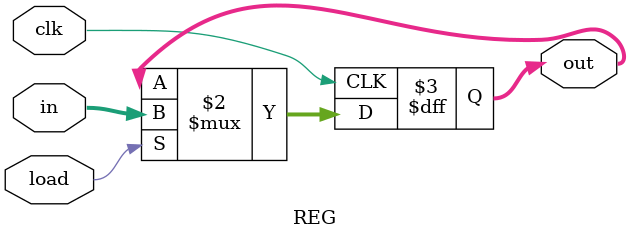
<source format=sv>
module regfile(data_in,writenum,write,readnum,clk,data_out);
    input [15:0] data_in;
    input [2:0] writenum, readnum;
    input write, clk;
    output [15:0] data_out;

    wire [2:0] writenum, readnum;
    
    `define select0 8'b00000001
    `define select1 8'b00000010
    `define select2 8'b00000100
    `define select3 8'b00001000
    `define select4 8'b00010000
    `define select5 8'b00100000
    `define select6 8'b01000000
    `define select7 8'b10000000

    reg [7:0] decOutWrite; //Stores the output of 3:8 Decoder for writing
    Dec #(3,8) dec38write(writenum,decOutWrite); // Decodes the writenum

    wire load0,load1,load2,load3,load4,load5,load6,load7;
    
    //something that converts decOut into a load value
    // AND gate for each load from write and decOutWrite
    assign load0 = write & decOutWrite[0];
    assign load1 = write & decOutWrite[1];
    assign load2 = write & decOutWrite[2];
    assign load3 = write & decOutWrite[3];
    assign load4 = write & decOutWrite[4];
    assign load5 = write & decOutWrite[5];
    assign load6 = write & decOutWrite[6];
    assign load7 = write & decOutWrite[7];

    wire [16-1:0] R0,R1,R2,R3,R4,R5,R6,R7;
    REG loadR0(data_in, load0, clk, R0);
    REG loadR1(data_in, load1, clk, R1);
    REG loadR2(data_in, load2, clk, R2);
    REG loadR3(data_in, load3, clk, R3);
    REG loadR4(data_in, load4, clk, R4);
    REG loadR5(data_in, load5, clk, R5);
    REG loadR6(data_in, load6, clk, R6);
    REG loadR7(data_in, load7, clk, R7);
    
    reg [7:0] decOutRead; //Stores the output of 3:8 Decoder for reading
    Dec #(3,8) dec38read(readnum,decOutRead);
    Mux8 #(16) muxOut(R0,R1,R2,R3,R4,R5,R6,R7,decOutRead,data_out);

endmodule
// 3:8 Decoder Module
module Dec(in, out);
    parameter n = 3; //input bit width
    parameter m = 8; //output bit width
    input [n-1:0] in;
    output [m-1:0] out;
    wire [m-1:0] out = 1<<in;
endmodule

module Mux8(a0, a1, a2, a3, a4, a5, a6, a7, s, out); //8 input Mux with one hot select
    parameter k = 16; //input and output bit width
    input [k-1:0] a0, a1, a2, a3, a4, a5, a6, a7;
    input [8-1:0] s; //one hot select
    output [k-1:0] out;
    reg [k-1:0] out;

    // Performs Mux operation (select0 is out = a0, select1 is out = a1, etc.)
    always @(*) begin
        case(s)
            `select0: out = a0;
            `select1: out = a1;
            `select2: out = a2;
            `select3: out = a3;
            `select4: out = a4;
            `select5: out = a5;
            `select6: out = a6;
            `select7: out = a7;
            default: out = 16'd0;
        endcase
    end 
endmodule

/*
module vDFF(clk,D,Q);
  parameter n=16;
  input clk;
  input [n-1:0] D;
  output [n-1:0] Q;
  reg [n-1:0] Q;

  always @(posedge clk)
    Q <= D;
endmodule
*/

// Register with Load Enable
// Combines a 2 input mux with D Flip Flop
module REG(in, load, clk, out);
    parameter k = 16;
    input [k-1:0] in;
    input clk, load;
    output [k-1:0] out;
    wire [k-1:0] D;
    reg [k-1:0] out;

    always @(posedge clk) begin
         out <= load ? in : out;
    end

    // assign D = load ? in : out; //Assigns the output only if the corresponding load is high
    // vDFF #(k) regDFF(clk, D, out); //Assigns the register to D value on clk edge

endmodule
</source>
